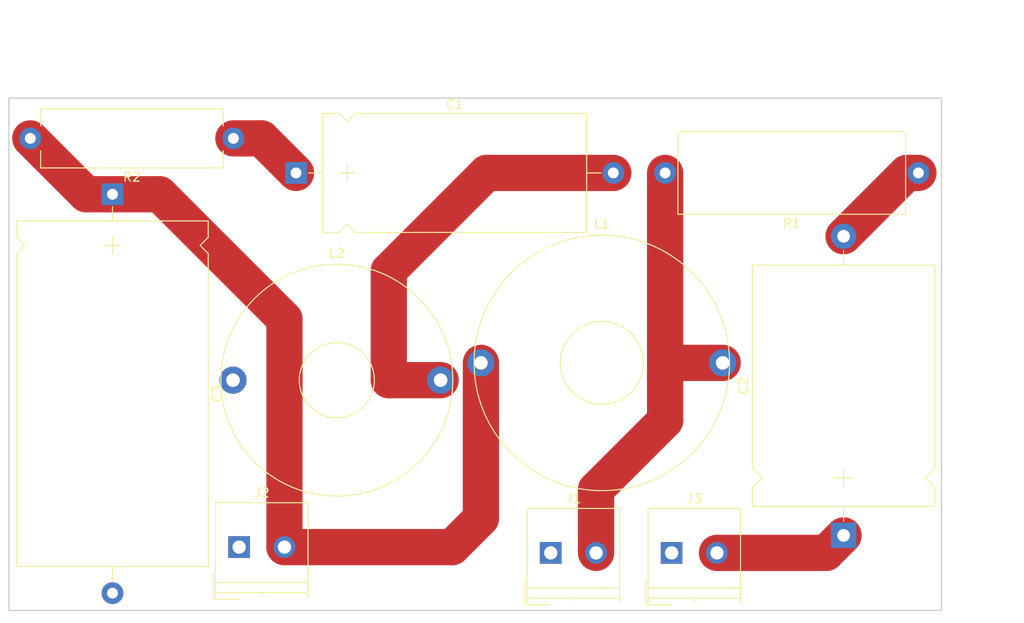
<source format=kicad_pcb>
(kicad_pcb (version 4) (host pcbnew 4.0.7)

  (general
    (links 13)
    (no_connects 8)
    (area 120.574999 51.359999 223.595001 108.025001)
    (thickness 1.6)
    (drawings 6)
    (tracks 23)
    (zones 0)
    (modules 10)
    (nets 8)
  )

  (page A4)
  (layers
    (0 F.Cu signal)
    (31 B.Cu signal)
    (32 B.Adhes user)
    (33 F.Adhes user)
    (34 B.Paste user)
    (35 F.Paste user)
    (36 B.SilkS user)
    (37 F.SilkS user)
    (38 B.Mask user)
    (39 F.Mask user)
    (40 Dwgs.User user)
    (41 Cmts.User user)
    (42 Eco1.User user)
    (43 Eco2.User user)
    (44 Edge.Cuts user)
    (45 Margin user)
    (46 B.CrtYd user)
    (47 F.CrtYd user)
    (48 B.Fab user)
    (49 F.Fab user)
  )

  (setup
    (last_trace_width 4)
    (user_trace_width 1)
    (user_trace_width 2)
    (user_trace_width 3)
    (user_trace_width 4)
    (user_trace_width 5)
    (user_trace_width 6)
    (trace_clearance 0.2)
    (zone_clearance 0.508)
    (zone_45_only no)
    (trace_min 0.2)
    (segment_width 0.2)
    (edge_width 0.15)
    (via_size 0.6)
    (via_drill 0.4)
    (via_min_size 0.4)
    (via_min_drill 0.3)
    (uvia_size 0.3)
    (uvia_drill 0.1)
    (uvias_allowed no)
    (uvia_min_size 0.2)
    (uvia_min_drill 0.1)
    (pcb_text_width 0.3)
    (pcb_text_size 1.5 1.5)
    (mod_edge_width 0.15)
    (mod_text_size 1 1)
    (mod_text_width 0.15)
    (pad_size 3 3)
    (pad_drill 1.5)
    (pad_to_mask_clearance 0.2)
    (aux_axis_origin 0 0)
    (visible_elements FFFFFF7F)
    (pcbplotparams
      (layerselection 0x00030_80000001)
      (usegerberextensions false)
      (excludeedgelayer true)
      (linewidth 0.100000)
      (plotframeref false)
      (viasonmask false)
      (mode 1)
      (useauxorigin false)
      (hpglpennumber 1)
      (hpglpenspeed 20)
      (hpglpendiameter 15)
      (hpglpenoverlay 2)
      (psnegative false)
      (psa4output false)
      (plotreference true)
      (plotvalue true)
      (plotinvisibletext false)
      (padsonsilk false)
      (subtractmaskfromsilk false)
      (outputformat 1)
      (mirror false)
      (drillshape 1)
      (scaleselection 1)
      (outputdirectory ""))
  )

  (net 0 "")
  (net 1 "Net-(C1-Pad1)")
  (net 2 "Net-(C2-Pad1)")
  (net 3 "Net-(C2-Pad2)")
  (net 4 "Net-(C3-Pad1)")
  (net 5 "Net-(C3-Pad2)")
  (net 6 "Net-(J1-Pad2)")
  (net 7 "Net-(C1-Pad2)")

  (net_class Default "This is the default net class."
    (clearance 0.2)
    (trace_width 0.25)
    (via_dia 0.6)
    (via_drill 0.4)
    (uvia_dia 0.3)
    (uvia_drill 0.1)
    (add_net "Net-(C1-Pad1)")
    (add_net "Net-(C1-Pad2)")
    (add_net "Net-(C2-Pad1)")
    (add_net "Net-(C2-Pad2)")
    (add_net "Net-(C3-Pad1)")
    (add_net "Net-(C3-Pad2)")
    (add_net "Net-(J1-Pad2)")
  )

  (module Capacitors_THT:CP_Axial_L29.0mm_D13.0mm_P35.00mm_Horizontal (layer F.Cu) (tedit 597BC7C3) (tstamp 5C5C9BB1)
    (at 152.325 59.69)
    (descr "CP, Axial series, Axial, Horizontal, pin pitch=35mm, , length*diameter=29*13mm^2, Electrolytic Capacitor, , http://www.kemet.com/Lists/ProductCatalog/Attachments/424/KEM_AC102.pdf")
    (tags "CP Axial series Axial Horizontal pin pitch 35mm  length 29mm diameter 13mm Electrolytic Capacitor")
    (path /5C5C9D1E)
    (fp_text reference C1 (at 17.5 -7.56) (layer F.SilkS)
      (effects (font (size 1 1) (thickness 0.15)))
    )
    (fp_text value 33uF (at 17.5 7.56) (layer F.Fab)
      (effects (font (size 1 1) (thickness 0.15)))
    )
    (fp_line (start 3 -6.5) (end 3 6.5) (layer F.Fab) (width 0.1))
    (fp_line (start 32 -6.5) (end 32 6.5) (layer F.Fab) (width 0.1))
    (fp_line (start 3 -6.5) (end 4.74 -6.5) (layer F.Fab) (width 0.1))
    (fp_line (start 4.74 -6.5) (end 5.64 -5.6) (layer F.Fab) (width 0.1))
    (fp_line (start 5.64 -5.6) (end 6.54 -6.5) (layer F.Fab) (width 0.1))
    (fp_line (start 6.54 -6.5) (end 32 -6.5) (layer F.Fab) (width 0.1))
    (fp_line (start 3 6.5) (end 4.74 6.5) (layer F.Fab) (width 0.1))
    (fp_line (start 4.74 6.5) (end 5.64 5.6) (layer F.Fab) (width 0.1))
    (fp_line (start 5.64 5.6) (end 6.54 6.5) (layer F.Fab) (width 0.1))
    (fp_line (start 6.54 6.5) (end 32 6.5) (layer F.Fab) (width 0.1))
    (fp_line (start 0 0) (end 3 0) (layer F.Fab) (width 0.1))
    (fp_line (start 35 0) (end 32 0) (layer F.Fab) (width 0.1))
    (fp_line (start 4.75 0) (end 6.55 0) (layer F.Fab) (width 0.1))
    (fp_line (start 5.65 -0.9) (end 5.65 0.9) (layer F.Fab) (width 0.1))
    (fp_line (start 4.75 0) (end 6.55 0) (layer F.SilkS) (width 0.12))
    (fp_line (start 5.65 -0.9) (end 5.65 0.9) (layer F.SilkS) (width 0.12))
    (fp_line (start 2.94 -6.56) (end 2.94 6.56) (layer F.SilkS) (width 0.12))
    (fp_line (start 32.06 -6.56) (end 32.06 6.56) (layer F.SilkS) (width 0.12))
    (fp_line (start 2.94 -6.56) (end 4.74 -6.56) (layer F.SilkS) (width 0.12))
    (fp_line (start 4.74 -6.56) (end 5.64 -5.66) (layer F.SilkS) (width 0.12))
    (fp_line (start 5.64 -5.66) (end 6.54 -6.56) (layer F.SilkS) (width 0.12))
    (fp_line (start 6.54 -6.56) (end 32.06 -6.56) (layer F.SilkS) (width 0.12))
    (fp_line (start 2.94 6.56) (end 4.74 6.56) (layer F.SilkS) (width 0.12))
    (fp_line (start 4.74 6.56) (end 5.64 5.66) (layer F.SilkS) (width 0.12))
    (fp_line (start 5.64 5.66) (end 6.54 6.56) (layer F.SilkS) (width 0.12))
    (fp_line (start 6.54 6.56) (end 32.06 6.56) (layer F.SilkS) (width 0.12))
    (fp_line (start 1.38 0) (end 2.94 0) (layer F.SilkS) (width 0.12))
    (fp_line (start 33.62 0) (end 32.06 0) (layer F.SilkS) (width 0.12))
    (fp_line (start -1.45 -6.85) (end -1.45 6.85) (layer F.CrtYd) (width 0.05))
    (fp_line (start -1.45 6.85) (end 36.45 6.85) (layer F.CrtYd) (width 0.05))
    (fp_line (start 36.45 6.85) (end 36.45 -6.85) (layer F.CrtYd) (width 0.05))
    (fp_line (start 36.45 -6.85) (end -1.45 -6.85) (layer F.CrtYd) (width 0.05))
    (fp_text user %R (at 17.5 0) (layer F.Fab)
      (effects (font (size 1 1) (thickness 0.15)))
    )
    (pad 1 thru_hole rect (at 0 0) (size 2.4 2.4) (drill 1.2) (layers *.Cu *.Mask)
      (net 1 "Net-(C1-Pad1)"))
    (pad 2 thru_hole oval (at 35 0) (size 2.4 2.4) (drill 1.2) (layers *.Cu *.Mask)
      (net 7 "Net-(C1-Pad2)"))
    (model ${KISYS3DMOD}/Capacitors_THT.3dshapes/CP_Axial_L29.0mm_D13.0mm_P35.00mm_Horizontal.wrl
      (at (xyz 0 0 0))
      (scale (xyz 1 1 1))
      (rotate (xyz 0 0 0))
    )
  )

  (module Capacitors_THT:CP_Axial_L26.5mm_D20.0mm_P33.00mm_Horizontal (layer F.Cu) (tedit 597BC7C3) (tstamp 5C5C9BB7)
    (at 212.725 99.675 90)
    (descr "CP, Axial series, Axial, Horizontal, pin pitch=33mm, , length*diameter=26.5*20mm^2, Electrolytic Capacitor, , http://www.kemet.com/Lists/ProductCatalog/Attachments/424/KEM_AC102.pdf")
    (tags "CP Axial series Axial Horizontal pin pitch 33mm  length 26.5mm diameter 20mm Electrolytic Capacitor")
    (path /5C5CA0B5)
    (fp_text reference C2 (at 16.5 -11.06 90) (layer F.SilkS)
      (effects (font (size 1 1) (thickness 0.15)))
    )
    (fp_text value 6.8uF (at 16.5 11.06 90) (layer F.Fab)
      (effects (font (size 1 1) (thickness 0.15)))
    )
    (fp_line (start 3.25 -10) (end 3.25 10) (layer F.Fab) (width 0.1))
    (fp_line (start 29.75 -10) (end 29.75 10) (layer F.Fab) (width 0.1))
    (fp_line (start 3.25 -10) (end 5.29 -10) (layer F.Fab) (width 0.1))
    (fp_line (start 5.29 -10) (end 6.34 -8.95) (layer F.Fab) (width 0.1))
    (fp_line (start 6.34 -8.95) (end 7.39 -10) (layer F.Fab) (width 0.1))
    (fp_line (start 7.39 -10) (end 29.75 -10) (layer F.Fab) (width 0.1))
    (fp_line (start 3.25 10) (end 5.29 10) (layer F.Fab) (width 0.1))
    (fp_line (start 5.29 10) (end 6.34 8.95) (layer F.Fab) (width 0.1))
    (fp_line (start 6.34 8.95) (end 7.39 10) (layer F.Fab) (width 0.1))
    (fp_line (start 7.39 10) (end 29.75 10) (layer F.Fab) (width 0.1))
    (fp_line (start 0 0) (end 3.25 0) (layer F.Fab) (width 0.1))
    (fp_line (start 33 0) (end 29.75 0) (layer F.Fab) (width 0.1))
    (fp_line (start 5.3 0) (end 7.4 0) (layer F.Fab) (width 0.1))
    (fp_line (start 6.35 -1.05) (end 6.35 1.05) (layer F.Fab) (width 0.1))
    (fp_line (start 5.3 0) (end 7.4 0) (layer F.SilkS) (width 0.12))
    (fp_line (start 6.35 -1.05) (end 6.35 1.05) (layer F.SilkS) (width 0.12))
    (fp_line (start 3.19 -10.06) (end 3.19 10.06) (layer F.SilkS) (width 0.12))
    (fp_line (start 29.81 -10.06) (end 29.81 10.06) (layer F.SilkS) (width 0.12))
    (fp_line (start 3.19 -10.06) (end 5.29 -10.06) (layer F.SilkS) (width 0.12))
    (fp_line (start 5.29 -10.06) (end 6.34 -9.01) (layer F.SilkS) (width 0.12))
    (fp_line (start 6.34 -9.01) (end 7.39 -10.06) (layer F.SilkS) (width 0.12))
    (fp_line (start 7.39 -10.06) (end 29.81 -10.06) (layer F.SilkS) (width 0.12))
    (fp_line (start 3.19 10.06) (end 5.29 10.06) (layer F.SilkS) (width 0.12))
    (fp_line (start 5.29 10.06) (end 6.34 9.01) (layer F.SilkS) (width 0.12))
    (fp_line (start 6.34 9.01) (end 7.39 10.06) (layer F.SilkS) (width 0.12))
    (fp_line (start 7.39 10.06) (end 29.81 10.06) (layer F.SilkS) (width 0.12))
    (fp_line (start 1.58 0) (end 3.19 0) (layer F.SilkS) (width 0.12))
    (fp_line (start 31.42 0) (end 29.81 0) (layer F.SilkS) (width 0.12))
    (fp_line (start -1.65 -10.35) (end -1.65 10.35) (layer F.CrtYd) (width 0.05))
    (fp_line (start -1.65 10.35) (end 34.65 10.35) (layer F.CrtYd) (width 0.05))
    (fp_line (start 34.65 10.35) (end 34.65 -10.35) (layer F.CrtYd) (width 0.05))
    (fp_line (start 34.65 -10.35) (end -1.65 -10.35) (layer F.CrtYd) (width 0.05))
    (fp_text user %R (at 16.5 0 90) (layer F.Fab)
      (effects (font (size 1 1) (thickness 0.15)))
    )
    (pad 1 thru_hole rect (at 0 0 90) (size 2.8 2.8) (drill 1.4) (layers *.Cu *.Mask)
      (net 2 "Net-(C2-Pad1)"))
    (pad 2 thru_hole oval (at 33 0 90) (size 2.8 2.8) (drill 1.4) (layers *.Cu *.Mask)
      (net 3 "Net-(C2-Pad2)"))
    (model ${KISYS3DMOD}/Capacitors_THT.3dshapes/CP_Axial_L26.5mm_D20.0mm_P33.00mm_Horizontal.wrl
      (at (xyz 0 0 0))
      (scale (xyz 1 1 1))
      (rotate (xyz 0 0 0))
    )
  )

  (module Capacitors_THT:CP_Axial_L38.0mm_D21.0mm_P44.00mm_Horizontal (layer F.Cu) (tedit 597BC7C3) (tstamp 5C5C9BBD)
    (at 132.08 62.045 270)
    (descr "CP, Axial series, Axial, Horizontal, pin pitch=44mm, , length*diameter=38*21mm^2, Electrolytic Capacitor, , http://www.vishay.com/docs/28325/021asm.pdf")
    (tags "CP Axial series Axial Horizontal pin pitch 44mm  length 38mm diameter 21mm Electrolytic Capacitor")
    (path /5C5C9EED)
    (fp_text reference C3 (at 22 -11.56 270) (layer F.SilkS)
      (effects (font (size 1 1) (thickness 0.15)))
    )
    (fp_text value 12uF (at 22 11.56 270) (layer F.Fab)
      (effects (font (size 1 1) (thickness 0.15)))
    )
    (fp_line (start 3 -10.5) (end 3 10.5) (layer F.Fab) (width 0.1))
    (fp_line (start 41 -10.5) (end 41 10.5) (layer F.Fab) (width 0.1))
    (fp_line (start 3 -10.5) (end 4.74 -10.5) (layer F.Fab) (width 0.1))
    (fp_line (start 4.74 -10.5) (end 5.64 -9.6) (layer F.Fab) (width 0.1))
    (fp_line (start 5.64 -9.6) (end 6.54 -10.5) (layer F.Fab) (width 0.1))
    (fp_line (start 6.54 -10.5) (end 41 -10.5) (layer F.Fab) (width 0.1))
    (fp_line (start 3 10.5) (end 4.74 10.5) (layer F.Fab) (width 0.1))
    (fp_line (start 4.74 10.5) (end 5.64 9.6) (layer F.Fab) (width 0.1))
    (fp_line (start 5.64 9.6) (end 6.54 10.5) (layer F.Fab) (width 0.1))
    (fp_line (start 6.54 10.5) (end 41 10.5) (layer F.Fab) (width 0.1))
    (fp_line (start 0 0) (end 3 0) (layer F.Fab) (width 0.1))
    (fp_line (start 44 0) (end 41 0) (layer F.Fab) (width 0.1))
    (fp_line (start 4.75 0) (end 6.55 0) (layer F.Fab) (width 0.1))
    (fp_line (start 5.65 -0.9) (end 5.65 0.9) (layer F.Fab) (width 0.1))
    (fp_line (start 4.75 0) (end 6.55 0) (layer F.SilkS) (width 0.12))
    (fp_line (start 5.65 -0.9) (end 5.65 0.9) (layer F.SilkS) (width 0.12))
    (fp_line (start 2.94 -10.56) (end 2.94 10.56) (layer F.SilkS) (width 0.12))
    (fp_line (start 41.06 -10.56) (end 41.06 10.56) (layer F.SilkS) (width 0.12))
    (fp_line (start 2.94 -10.56) (end 4.74 -10.56) (layer F.SilkS) (width 0.12))
    (fp_line (start 4.74 -10.56) (end 5.64 -9.66) (layer F.SilkS) (width 0.12))
    (fp_line (start 5.64 -9.66) (end 6.54 -10.56) (layer F.SilkS) (width 0.12))
    (fp_line (start 6.54 -10.56) (end 41.06 -10.56) (layer F.SilkS) (width 0.12))
    (fp_line (start 2.94 10.56) (end 4.74 10.56) (layer F.SilkS) (width 0.12))
    (fp_line (start 4.74 10.56) (end 5.64 9.66) (layer F.SilkS) (width 0.12))
    (fp_line (start 5.64 9.66) (end 6.54 10.56) (layer F.SilkS) (width 0.12))
    (fp_line (start 6.54 10.56) (end 41.06 10.56) (layer F.SilkS) (width 0.12))
    (fp_line (start 1.38 0) (end 2.94 0) (layer F.SilkS) (width 0.12))
    (fp_line (start 42.62 0) (end 41.06 0) (layer F.SilkS) (width 0.12))
    (fp_line (start -1.45 -10.85) (end -1.45 10.85) (layer F.CrtYd) (width 0.05))
    (fp_line (start -1.45 10.85) (end 45.45 10.85) (layer F.CrtYd) (width 0.05))
    (fp_line (start 45.45 10.85) (end 45.45 -10.85) (layer F.CrtYd) (width 0.05))
    (fp_line (start 45.45 -10.85) (end -1.45 -10.85) (layer F.CrtYd) (width 0.05))
    (fp_text user %R (at 22 0 270) (layer F.Fab)
      (effects (font (size 1 1) (thickness 0.15)))
    )
    (pad 1 thru_hole rect (at 0 0 270) (size 2.4 2.4) (drill 1.2) (layers *.Cu *.Mask)
      (net 4 "Net-(C3-Pad1)"))
    (pad 2 thru_hole oval (at 44 0 270) (size 2.4 2.4) (drill 1.2) (layers *.Cu *.Mask)
      (net 5 "Net-(C3-Pad2)"))
    (model ${KISYS3DMOD}/Capacitors_THT.3dshapes/CP_Axial_L38.0mm_D21.0mm_P44.00mm_Horizontal.wrl
      (at (xyz 0 0 0))
      (scale (xyz 1 1 1))
      (rotate (xyz 0 0 0))
    )
  )

  (module Inductors_THT:L_Toroid_Horizontal_D28.0mm_P26.67mm_Bourns_2200 (layer F.Cu) (tedit 5880B84D) (tstamp 5C5C9BDB)
    (at 172.72 80.645)
    (descr "L_Toroid, Horizontal series, Radial, pin pitch=26.67mm, , diameter=28mm, Bourns, 2200, http://www.bourns.com/docs/Product-Datasheets/2100_series.pdf?sfvrsn=3")
    (tags "L_Toroid Horizontal series Radial pin pitch 26.67mm  diameter 28mm Bourns 2200")
    (path /5C5C9B3A)
    (fp_text reference L1 (at 13.335 -15.31) (layer F.SilkS)
      (effects (font (size 1 1) (thickness 0.15)))
    )
    (fp_text value 0.68mH (at 13.335 15.31) (layer F.Fab)
      (effects (font (size 1 1) (thickness 0.15)))
    )
    (fp_circle (center 13.335 0) (end 27.335 0) (layer F.Fab) (width 0.1))
    (fp_circle (center 13.335 0) (end 18.001667 0) (layer F.Fab) (width 0.1))
    (fp_circle (center 13.335 0) (end 27.425 0) (layer F.SilkS) (width 0.12))
    (fp_circle (center 13.335 0) (end 17.911667 0) (layer F.SilkS) (width 0.12))
    (fp_line (start 27.1432 0) (end 17.844144 1.208184) (layer F.Fab) (width 0.1))
    (fp_line (start 25.293359 6.903915) (end 16.635992 3.300839) (layer F.Fab) (width 0.1))
    (fp_line (start 20.239469 11.958039) (end 14.543393 4.509088) (layer F.Fab) (width 0.1))
    (fp_line (start 13.33564 13.8082) (end 12.127025 4.5092) (layer F.Fab) (width 0.1))
    (fp_line (start 6.431639 11.958678) (end 10.034314 3.301145) (layer F.Fab) (width 0.1))
    (fp_line (start 1.377281 6.905023) (end 8.825968 1.208602) (layer F.Fab) (width 0.1))
    (fp_line (start -0.4732 0.001279) (end 8.825744 -1.207766) (layer F.Fab) (width 0.1))
    (fp_line (start 1.376002 -6.902807) (end 10.033702 -3.300534) (layer F.Fab) (width 0.1))
    (fp_line (start 6.429423 -11.957399) (end 12.126189 -4.508976) (layer F.Fab) (width 0.1))
    (fp_line (start 13.333081 -13.8082) (end 14.542558 -4.509312) (layer F.Fab) (width 0.1))
    (fp_line (start 20.237253 -11.959318) (end 16.635381 -3.301451) (layer F.Fab) (width 0.1))
    (fp_line (start 25.292079 -6.906131) (end 17.84392 -1.20902) (layer F.Fab) (width 0.1))
    (fp_line (start 27.1432 -0.002559) (end 17.844368 1.207349) (layer F.Fab) (width 0.1))
    (fp_line (start -1.75 -14.35) (end -1.75 14.35) (layer F.CrtYd) (width 0.05))
    (fp_line (start -1.75 14.35) (end 28.45 14.35) (layer F.CrtYd) (width 0.05))
    (fp_line (start 28.45 14.35) (end 28.45 -14.35) (layer F.CrtYd) (width 0.05))
    (fp_line (start 28.45 -14.35) (end -1.75 -14.35) (layer F.CrtYd) (width 0.05))
    (pad 1 thru_hole circle (at 0 0) (size 3 3) (drill 1.5) (layers *.Cu *.Mask)
      (net 4 "Net-(C3-Pad1)"))
    (pad 2 thru_hole circle (at 26.67 0) (size 3 3) (drill 1.5) (layers *.Cu *.Mask)
      (net 6 "Net-(J1-Pad2)"))
    (model Inductors_THT.3dshapes/L_Toroid_Horizontal_D28.0mm_P26.67mm_Bourns_2200.wrl
      (at (xyz 0 0 0))
      (scale (xyz 0.393701 0.393701 0.393701))
      (rotate (xyz 0 0 0))
    )
  )

  (module Inductors_THT:L_Toroid_Horizontal_D25.4mm_P22.90mm_Vishay_TJ5_BigPads (layer F.Cu) (tedit 5880B84D) (tstamp 5C5C9BE1)
    (at 145.375 82.55)
    (descr "L_Toroid, Horizontal series, Radial, pin pitch=22.90mm, , diameter=25.4mm, Vishay, TJ5, BigPads, http://www.vishay.com/docs/34079/tj.pdf")
    (tags "L_Toroid Horizontal series Radial pin pitch 22.90mm  diameter 25.4mm Vishay TJ5 BigPads")
    (path /5C5C9C40)
    (fp_text reference L2 (at 11.45 -14.01) (layer F.SilkS)
      (effects (font (size 1 1) (thickness 0.15)))
    )
    (fp_text value 1mH (at 11.45 14.01) (layer F.Fab)
      (effects (font (size 1 1) (thickness 0.15)))
    )
    (fp_circle (center 11.45 0) (end 24.15 0) (layer F.Fab) (width 0.1))
    (fp_circle (center 11.45 0) (end 15.683333 0) (layer F.Fab) (width 0.1))
    (fp_circle (center 11.45 0) (end 24.24 0) (layer F.SilkS) (width 0.12))
    (fp_circle (center 11.45 0) (end 15.593333 0) (layer F.SilkS) (width 0.12))
    (fp_line (start 23.9842 0) (end 15.532204 1.09379) (layer F.Fab) (width 0.1))
    (fp_line (start 22.305032 6.266932) (end 14.438444 2.988305) (layer F.Fab) (width 0.1))
    (fp_line (start 17.717435 10.854742) (end 12.543979 4.082153) (layer F.Fab) (width 0.1))
    (fp_line (start 11.450581 12.5342) (end 10.3564 4.082255) (layer F.Fab) (width 0.1))
    (fp_line (start 5.183571 10.855323) (end 8.461833 2.988582) (layer F.Fab) (width 0.1))
    (fp_line (start 0.595548 6.267938) (end 7.367897 1.094168) (layer F.Fab) (width 0.1))
    (fp_line (start -1.0842 0.001161) (end 7.367695 -1.093411) (layer F.Fab) (width 0.1))
    (fp_line (start 0.594387 -6.265927) (end 8.461279 -2.988029) (layer F.Fab) (width 0.1))
    (fp_line (start 5.181559 -10.854161) (end 10.355643 -4.082052) (layer F.Fab) (width 0.1))
    (fp_line (start 11.448258 -12.5342) (end 12.543222 -4.082356) (layer F.Fab) (width 0.1))
    (fp_line (start 17.715424 -10.855903) (end 14.43789 -2.988859) (layer F.Fab) (width 0.1))
    (fp_line (start 22.303871 -6.268944) (end 15.532001 -1.094546) (layer F.Fab) (width 0.1))
    (fp_line (start 23.9842 -0.002323) (end 15.532407 1.093033) (layer F.Fab) (width 0.1))
    (fp_line (start -1.75 -13.05) (end -1.75 13.05) (layer F.CrtYd) (width 0.05))
    (fp_line (start -1.75 13.05) (end 24.65 13.05) (layer F.CrtYd) (width 0.05))
    (fp_line (start 24.65 13.05) (end 24.65 -13.05) (layer F.CrtYd) (width 0.05))
    (fp_line (start 24.65 -13.05) (end -1.75 -13.05) (layer F.CrtYd) (width 0.05))
    (pad 1 thru_hole circle (at 0 0) (size 3 3) (drill 1.5) (layers *.Cu *.Mask)
      (net 5 "Net-(C3-Pad2)"))
    (pad 2 thru_hole circle (at 22.9 0) (size 3 3) (drill 1.5) (layers *.Cu *.Mask)
      (net 7 "Net-(C1-Pad2)"))
    (model Inductors_THT.3dshapes/L_Toroid_Horizontal_D25.4mm_P22.90mm_Vishay_TJ5_BigPads.wrl
      (at (xyz 0 0 0))
      (scale (xyz 0.393701 0.393701 0.393701))
      (rotate (xyz 0 0 0))
    )
  )

  (module Resistors_THT:R_Axial_Power_L25.0mm_W9.0mm_P27.94mm (layer F.Cu) (tedit 5874F706) (tstamp 5C5C9BE7)
    (at 220.98 59.69 180)
    (descr "Resistor, Axial_Power series, Axial, Horizontal, pin pitch=27.94mm, 7W, length*diameter=25*9mm^2, http://cdn-reichelt.de/documents/datenblatt/B400/5WAXIAL_9WAXIAL_11WAXIAL_17WAXIAL%23YAG.pdf")
    (tags "Resistor Axial_Power series Axial Horizontal pin pitch 27.94mm 7W length 25mm diameter 9mm")
    (path /5C5CA03C)
    (fp_text reference R1 (at 13.97 -5.56 180) (layer F.SilkS)
      (effects (font (size 1 1) (thickness 0.15)))
    )
    (fp_text value 10R (at 13.97 5.56 180) (layer F.Fab)
      (effects (font (size 1 1) (thickness 0.15)))
    )
    (fp_line (start 1.47 -4.5) (end 1.47 4.5) (layer F.Fab) (width 0.1))
    (fp_line (start 1.47 4.5) (end 26.47 4.5) (layer F.Fab) (width 0.1))
    (fp_line (start 26.47 4.5) (end 26.47 -4.5) (layer F.Fab) (width 0.1))
    (fp_line (start 26.47 -4.5) (end 1.47 -4.5) (layer F.Fab) (width 0.1))
    (fp_line (start 0 0) (end 1.47 0) (layer F.Fab) (width 0.1))
    (fp_line (start 27.94 0) (end 26.47 0) (layer F.Fab) (width 0.1))
    (fp_line (start 1.41 -4.56) (end 1.41 4.56) (layer F.SilkS) (width 0.12))
    (fp_line (start 1.41 4.56) (end 26.53 4.56) (layer F.SilkS) (width 0.12))
    (fp_line (start 26.53 4.56) (end 26.53 -4.56) (layer F.SilkS) (width 0.12))
    (fp_line (start 26.53 -4.56) (end 1.41 -4.56) (layer F.SilkS) (width 0.12))
    (fp_line (start 1.38 0) (end 1.41 0) (layer F.SilkS) (width 0.12))
    (fp_line (start 26.56 0) (end 26.53 0) (layer F.SilkS) (width 0.12))
    (fp_line (start -1.45 -4.85) (end -1.45 4.85) (layer F.CrtYd) (width 0.05))
    (fp_line (start -1.45 4.85) (end 29.4 4.85) (layer F.CrtYd) (width 0.05))
    (fp_line (start 29.4 4.85) (end 29.4 -4.85) (layer F.CrtYd) (width 0.05))
    (fp_line (start 29.4 -4.85) (end -1.45 -4.85) (layer F.CrtYd) (width 0.05))
    (pad 1 thru_hole circle (at 0 0 180) (size 2.4 2.4) (drill 1.2) (layers *.Cu *.Mask)
      (net 3 "Net-(C2-Pad2)"))
    (pad 2 thru_hole oval (at 27.94 0 180) (size 2.4 2.4) (drill 1.2) (layers *.Cu *.Mask)
      (net 6 "Net-(J1-Pad2)"))
    (model ${KISYS3DMOD}/Resistors_THT.3dshapes/R_Axial_Power_L25.0mm_W9.0mm_P27.94mm.wrl
      (at (xyz 0 0 0))
      (scale (xyz 0.393701 0.393701 0.393701))
      (rotate (xyz 0 0 0))
    )
  )

  (module Resistors_THT:R_Axial_Power_L20.0mm_W6.4mm_P22.40mm (layer F.Cu) (tedit 5874F706) (tstamp 5C5C9BED)
    (at 145.415 55.88 180)
    (descr "Resistor, Axial_Power series, Axial, Horizontal, pin pitch=22.4mm, 4W, length*diameter=20*6.4mm^2, http://cdn-reichelt.de/documents/datenblatt/B400/5WAXIAL_9WAXIAL_11WAXIAL_17WAXIAL%23YAG.pdf")
    (tags "Resistor Axial_Power series Axial Horizontal pin pitch 22.4mm 4W length 20mm diameter 6.4mm")
    (path /5C5C9DD1)
    (fp_text reference R2 (at 11.2 -4.26 180) (layer F.SilkS)
      (effects (font (size 1 1) (thickness 0.15)))
    )
    (fp_text value 8.2 (at 11.2 4.26 180) (layer F.Fab)
      (effects (font (size 1 1) (thickness 0.15)))
    )
    (fp_line (start 1.2 -3.2) (end 1.2 3.2) (layer F.Fab) (width 0.1))
    (fp_line (start 1.2 3.2) (end 21.2 3.2) (layer F.Fab) (width 0.1))
    (fp_line (start 21.2 3.2) (end 21.2 -3.2) (layer F.Fab) (width 0.1))
    (fp_line (start 21.2 -3.2) (end 1.2 -3.2) (layer F.Fab) (width 0.1))
    (fp_line (start 0 0) (end 1.2 0) (layer F.Fab) (width 0.1))
    (fp_line (start 22.4 0) (end 21.2 0) (layer F.Fab) (width 0.1))
    (fp_line (start 1.14 -1.38) (end 1.14 -3.26) (layer F.SilkS) (width 0.12))
    (fp_line (start 1.14 -3.26) (end 21.26 -3.26) (layer F.SilkS) (width 0.12))
    (fp_line (start 21.26 -3.26) (end 21.26 -1.38) (layer F.SilkS) (width 0.12))
    (fp_line (start 1.14 1.38) (end 1.14 3.26) (layer F.SilkS) (width 0.12))
    (fp_line (start 1.14 3.26) (end 21.26 3.26) (layer F.SilkS) (width 0.12))
    (fp_line (start 21.26 3.26) (end 21.26 1.38) (layer F.SilkS) (width 0.12))
    (fp_line (start -1.45 -3.55) (end -1.45 3.55) (layer F.CrtYd) (width 0.05))
    (fp_line (start -1.45 3.55) (end 23.85 3.55) (layer F.CrtYd) (width 0.05))
    (fp_line (start 23.85 3.55) (end 23.85 -3.55) (layer F.CrtYd) (width 0.05))
    (fp_line (start 23.85 -3.55) (end -1.45 -3.55) (layer F.CrtYd) (width 0.05))
    (pad 1 thru_hole circle (at 0 0 180) (size 2.4 2.4) (drill 1.2) (layers *.Cu *.Mask)
      (net 1 "Net-(C1-Pad1)"))
    (pad 2 thru_hole oval (at 22.4 0 180) (size 2.4 2.4) (drill 1.2) (layers *.Cu *.Mask)
      (net 4 "Net-(C3-Pad1)"))
    (model ${KISYS3DMOD}/Resistors_THT.3dshapes/R_Axial_Power_L20.0mm_W6.4mm_P22.40mm.wrl
      (at (xyz 0 0 0))
      (scale (xyz 0.393701 0.393701 0.393701))
      (rotate (xyz 0 0 0))
    )
  )

  (module Connectors_Terminal_Blocks:TerminalBlock_Philmore_TB132_02x5mm_Straight (layer F.Cu) (tedit 59661312) (tstamp 5C5CAC1D)
    (at 180.42 101.6)
    (descr "2-way 5.0mm pitch terminal block, http://www.philmore-datak.com/mc/Page%20197.pdf")
    (tags "screw terminal block")
    (path /5C5C9854)
    (fp_text reference J1 (at 2.5 -6) (layer F.SilkS)
      (effects (font (size 1 1) (thickness 0.15)))
    )
    (fp_text value Terminal (at 2.5 6.9) (layer F.Fab)
      (effects (font (size 1 1) (thickness 0.15)))
    )
    (fp_line (start -3 -5.3) (end -3 5.9) (layer F.CrtYd) (width 0.05))
    (fp_line (start -3 5.9) (end 8 5.9) (layer F.CrtYd) (width 0.05))
    (fp_line (start 8 5.9) (end 8 -5.3) (layer F.CrtYd) (width 0.05))
    (fp_line (start 8 -5.3) (end -3 -5.3) (layer F.CrtYd) (width 0.05))
    (fp_line (start -2.5 3.9) (end 7.5 3.9) (layer F.Fab) (width 0.1))
    (fp_line (start -2.5 5) (end 7.5 5) (layer F.Fab) (width 0.1))
    (fp_line (start -2.5 5.4) (end -2.5 -4.8) (layer F.Fab) (width 0.1))
    (fp_line (start -2.5 -4.8) (end 7.5 -4.8) (layer F.Fab) (width 0.1))
    (fp_line (start 7.5 -4.8) (end 7.5 5.4) (layer F.Fab) (width 0.1))
    (fp_line (start 2.5 5) (end 2.5 5.4) (layer F.Fab) (width 0.1))
    (fp_line (start -2.84 2.9) (end -2.84 5.74) (layer F.Fab) (width 0.1))
    (fp_line (start -2.84 5.74) (end 0 5.74) (layer F.Fab) (width 0.1))
    (fp_line (start -2.6 3.9) (end 7.6 3.9) (layer F.SilkS) (width 0.12))
    (fp_line (start -2.6 5) (end 7.6 5) (layer F.SilkS) (width 0.12))
    (fp_line (start -2.6 5.5) (end -2.6 -4.9) (layer F.SilkS) (width 0.12))
    (fp_line (start -2.6 -4.9) (end 7.6 -4.9) (layer F.SilkS) (width 0.12))
    (fp_line (start 7.6 -4.9) (end 7.6 5.5) (layer F.SilkS) (width 0.12))
    (fp_line (start 2.5 5) (end 2.5 5.4) (layer F.SilkS) (width 0.12))
    (fp_line (start -2.84 2.9) (end -2.84 5.74) (layer F.SilkS) (width 0.12))
    (fp_line (start -2.84 5.74) (end 0 5.74) (layer F.SilkS) (width 0.12))
    (fp_text user %R (at 2.5 0.3) (layer F.Fab)
      (effects (font (size 1 1) (thickness 0.15)))
    )
    (pad 1 thru_hole rect (at 0 0) (size 2.4 2.4) (drill 1.47) (layers *.Cu *.Mask)
      (net 5 "Net-(C3-Pad2)"))
    (pad 2 thru_hole circle (at 5 0) (size 2.4 2.4) (drill 1.47) (layers *.Cu *.Mask)
      (net 6 "Net-(J1-Pad2)"))
    (model ${KISYS3DMOD}/Connectors_Terminal_Blocks.3dshapes/TerminalBlock_Philmore_TB132_02x5mm_Straight.wrl
      (at (xyz 0 0 0))
      (scale (xyz 1 1 1))
      (rotate (xyz 0 0 0))
    )
  )

  (module Connectors_Terminal_Blocks:TerminalBlock_Philmore_TB132_02x5mm_Straight (layer F.Cu) (tedit 59661312) (tstamp 5C5CAC22)
    (at 146.05 100.965)
    (descr "2-way 5.0mm pitch terminal block, http://www.philmore-datak.com/mc/Page%20197.pdf")
    (tags "screw terminal block")
    (path /5C5C98D7)
    (fp_text reference J2 (at 2.5 -6) (layer F.SilkS)
      (effects (font (size 1 1) (thickness 0.15)))
    )
    (fp_text value Woofer (at 2.5 6.9) (layer F.Fab)
      (effects (font (size 1 1) (thickness 0.15)))
    )
    (fp_line (start -3 -5.3) (end -3 5.9) (layer F.CrtYd) (width 0.05))
    (fp_line (start -3 5.9) (end 8 5.9) (layer F.CrtYd) (width 0.05))
    (fp_line (start 8 5.9) (end 8 -5.3) (layer F.CrtYd) (width 0.05))
    (fp_line (start 8 -5.3) (end -3 -5.3) (layer F.CrtYd) (width 0.05))
    (fp_line (start -2.5 3.9) (end 7.5 3.9) (layer F.Fab) (width 0.1))
    (fp_line (start -2.5 5) (end 7.5 5) (layer F.Fab) (width 0.1))
    (fp_line (start -2.5 5.4) (end -2.5 -4.8) (layer F.Fab) (width 0.1))
    (fp_line (start -2.5 -4.8) (end 7.5 -4.8) (layer F.Fab) (width 0.1))
    (fp_line (start 7.5 -4.8) (end 7.5 5.4) (layer F.Fab) (width 0.1))
    (fp_line (start 2.5 5) (end 2.5 5.4) (layer F.Fab) (width 0.1))
    (fp_line (start -2.84 2.9) (end -2.84 5.74) (layer F.Fab) (width 0.1))
    (fp_line (start -2.84 5.74) (end 0 5.74) (layer F.Fab) (width 0.1))
    (fp_line (start -2.6 3.9) (end 7.6 3.9) (layer F.SilkS) (width 0.12))
    (fp_line (start -2.6 5) (end 7.6 5) (layer F.SilkS) (width 0.12))
    (fp_line (start -2.6 5.5) (end -2.6 -4.9) (layer F.SilkS) (width 0.12))
    (fp_line (start -2.6 -4.9) (end 7.6 -4.9) (layer F.SilkS) (width 0.12))
    (fp_line (start 7.6 -4.9) (end 7.6 5.5) (layer F.SilkS) (width 0.12))
    (fp_line (start 2.5 5) (end 2.5 5.4) (layer F.SilkS) (width 0.12))
    (fp_line (start -2.84 2.9) (end -2.84 5.74) (layer F.SilkS) (width 0.12))
    (fp_line (start -2.84 5.74) (end 0 5.74) (layer F.SilkS) (width 0.12))
    (fp_text user %R (at 2.5 0.3) (layer F.Fab)
      (effects (font (size 1 1) (thickness 0.15)))
    )
    (pad 1 thru_hole rect (at 0 0) (size 2.4 2.4) (drill 1.47) (layers *.Cu *.Mask)
      (net 5 "Net-(C3-Pad2)"))
    (pad 2 thru_hole circle (at 5 0) (size 2.4 2.4) (drill 1.47) (layers *.Cu *.Mask)
      (net 4 "Net-(C3-Pad1)"))
    (model ${KISYS3DMOD}/Connectors_Terminal_Blocks.3dshapes/TerminalBlock_Philmore_TB132_02x5mm_Straight.wrl
      (at (xyz 0 0 0))
      (scale (xyz 1 1 1))
      (rotate (xyz 0 0 0))
    )
  )

  (module Connectors_Terminal_Blocks:TerminalBlock_Philmore_TB132_02x5mm_Straight (layer F.Cu) (tedit 59661312) (tstamp 5C5CAC27)
    (at 193.755 101.6)
    (descr "2-way 5.0mm pitch terminal block, http://www.philmore-datak.com/mc/Page%20197.pdf")
    (tags "screw terminal block")
    (path /5C5C99CE)
    (fp_text reference J3 (at 2.5 -6) (layer F.SilkS)
      (effects (font (size 1 1) (thickness 0.15)))
    )
    (fp_text value Tweeter (at 2.5 6.9) (layer F.Fab)
      (effects (font (size 1 1) (thickness 0.15)))
    )
    (fp_line (start -3 -5.3) (end -3 5.9) (layer F.CrtYd) (width 0.05))
    (fp_line (start -3 5.9) (end 8 5.9) (layer F.CrtYd) (width 0.05))
    (fp_line (start 8 5.9) (end 8 -5.3) (layer F.CrtYd) (width 0.05))
    (fp_line (start 8 -5.3) (end -3 -5.3) (layer F.CrtYd) (width 0.05))
    (fp_line (start -2.5 3.9) (end 7.5 3.9) (layer F.Fab) (width 0.1))
    (fp_line (start -2.5 5) (end 7.5 5) (layer F.Fab) (width 0.1))
    (fp_line (start -2.5 5.4) (end -2.5 -4.8) (layer F.Fab) (width 0.1))
    (fp_line (start -2.5 -4.8) (end 7.5 -4.8) (layer F.Fab) (width 0.1))
    (fp_line (start 7.5 -4.8) (end 7.5 5.4) (layer F.Fab) (width 0.1))
    (fp_line (start 2.5 5) (end 2.5 5.4) (layer F.Fab) (width 0.1))
    (fp_line (start -2.84 2.9) (end -2.84 5.74) (layer F.Fab) (width 0.1))
    (fp_line (start -2.84 5.74) (end 0 5.74) (layer F.Fab) (width 0.1))
    (fp_line (start -2.6 3.9) (end 7.6 3.9) (layer F.SilkS) (width 0.12))
    (fp_line (start -2.6 5) (end 7.6 5) (layer F.SilkS) (width 0.12))
    (fp_line (start -2.6 5.5) (end -2.6 -4.9) (layer F.SilkS) (width 0.12))
    (fp_line (start -2.6 -4.9) (end 7.6 -4.9) (layer F.SilkS) (width 0.12))
    (fp_line (start 7.6 -4.9) (end 7.6 5.5) (layer F.SilkS) (width 0.12))
    (fp_line (start 2.5 5) (end 2.5 5.4) (layer F.SilkS) (width 0.12))
    (fp_line (start -2.84 2.9) (end -2.84 5.74) (layer F.SilkS) (width 0.12))
    (fp_line (start -2.84 5.74) (end 0 5.74) (layer F.SilkS) (width 0.12))
    (fp_text user %R (at 2.5 0.3) (layer F.Fab)
      (effects (font (size 1 1) (thickness 0.15)))
    )
    (pad 1 thru_hole rect (at 0 0) (size 2.4 2.4) (drill 1.47) (layers *.Cu *.Mask)
      (net 5 "Net-(C3-Pad2)"))
    (pad 2 thru_hole circle (at 5 0) (size 2.4 2.4) (drill 1.47) (layers *.Cu *.Mask)
      (net 2 "Net-(C2-Pad1)"))
    (model ${KISYS3DMOD}/Connectors_Terminal_Blocks.3dshapes/TerminalBlock_Philmore_TB132_02x5mm_Straight.wrl
      (at (xyz 0 0 0))
      (scale (xyz 1 1 1))
      (rotate (xyz 0 0 0))
    )
  )

  (dimension 102.87 (width 0.3) (layer Dwgs.User)
    (gr_text "102,870 mm" (at 172.085 42.469005) (layer Dwgs.User)
      (effects (font (size 1.5 1.5) (thickness 0.3)))
    )
    (feature1 (pts (xy 223.52 48.26) (xy 223.52 41.119005)))
    (feature2 (pts (xy 120.65 48.26) (xy 120.65 41.119005)))
    (crossbar (pts (xy 120.65 43.819005) (xy 223.52 43.819005)))
    (arrow1a (pts (xy 223.52 43.819005) (xy 222.393496 44.405426)))
    (arrow1b (pts (xy 223.52 43.819005) (xy 222.393496 43.232584)))
    (arrow2a (pts (xy 120.65 43.819005) (xy 121.776504 44.405426)))
    (arrow2b (pts (xy 120.65 43.819005) (xy 121.776504 43.232584)))
  )
  (dimension 56.515 (width 0.3) (layer Dwgs.User)
    (gr_text "56,515 mm" (at 229.95 79.6925 90) (layer Dwgs.User)
      (effects (font (size 1.5 1.5) (thickness 0.3)))
    )
    (feature1 (pts (xy 224.79 51.435) (xy 231.3 51.435)))
    (feature2 (pts (xy 224.79 107.95) (xy 231.3 107.95)))
    (crossbar (pts (xy 228.6 107.95) (xy 228.6 51.435)))
    (arrow1a (pts (xy 228.6 51.435) (xy 229.186421 52.561504)))
    (arrow1b (pts (xy 228.6 51.435) (xy 228.013579 52.561504)))
    (arrow2a (pts (xy 228.6 107.95) (xy 229.186421 106.823496)))
    (arrow2b (pts (xy 228.6 107.95) (xy 228.013579 106.823496)))
  )
  (gr_line (start 120.65 107.95) (end 120.65 51.435) (layer Edge.Cuts) (width 0.15))
  (gr_line (start 223.52 107.95) (end 120.65 107.95) (layer Edge.Cuts) (width 0.15))
  (gr_line (start 223.52 51.435) (end 223.52 107.95) (layer Edge.Cuts) (width 0.15))
  (gr_line (start 120.65 51.435) (end 223.52 51.435) (layer Edge.Cuts) (width 0.15))

  (segment (start 145.415 55.88) (end 148.515 55.88) (width 4) (layer F.Cu) (net 1))
  (segment (start 148.515 55.88) (end 152.325 59.69) (width 4) (layer F.Cu) (net 1))
  (segment (start 198.755 101.6) (end 210.8 101.6) (width 4) (layer F.Cu) (net 2))
  (segment (start 210.8 101.6) (end 212.725 99.675) (width 4) (layer F.Cu) (net 2))
  (segment (start 220.98 59.69) (end 219.71 59.69) (width 4) (layer F.Cu) (net 3))
  (segment (start 219.71 59.69) (end 212.725 66.675) (width 4) (layer F.Cu) (net 3))
  (segment (start 151.05 100.965) (end 151.05 75.815) (width 4) (layer F.Cu) (net 4))
  (segment (start 151.05 75.815) (end 137.28 62.045) (width 4) (layer F.Cu) (net 4))
  (segment (start 137.28 62.045) (end 132.08 62.045) (width 4) (layer F.Cu) (net 4))
  (segment (start 151.05 100.965) (end 169.545 100.965) (width 4) (layer F.Cu) (net 4))
  (segment (start 169.545 100.965) (end 172.72 97.79) (width 4) (layer F.Cu) (net 4))
  (segment (start 172.72 80.645) (end 172.72 97.79) (width 4) (layer F.Cu) (net 4))
  (segment (start 132.08 62.045) (end 129.18 62.045) (width 4) (layer F.Cu) (net 4))
  (segment (start 129.18 62.045) (end 123.015 55.88) (width 4) (layer F.Cu) (net 4))
  (segment (start 193.04 80.645) (end 193.04 86.995) (width 4) (layer F.Cu) (net 6))
  (segment (start 193.04 86.995) (end 185.42 94.615) (width 4) (layer F.Cu) (net 6))
  (segment (start 193.04 59.69) (end 193.04 80.645) (width 4) (layer F.Cu) (net 6))
  (segment (start 193.04 80.645) (end 199.39 80.645) (width 4) (layer F.Cu) (net 6))
  (segment (start 185.42 101.6) (end 185.42 94.615) (width 4) (layer F.Cu) (net 6))
  (segment (start 168.275 82.55) (end 162.56 82.55) (width 4) (layer F.Cu) (net 7))
  (segment (start 162.56 82.55) (end 162.56 70.485) (width 4) (layer F.Cu) (net 7))
  (segment (start 162.56 70.485) (end 173.355 59.69) (width 4) (layer F.Cu) (net 7))
  (segment (start 173.355 59.69) (end 187.325 59.69) (width 4) (layer F.Cu) (net 7))

  (zone (net 5) (net_name "Net-(C3-Pad2)") (layer F.Cu) (tstamp 0) (hatch edge 0.508)
    (connect_pads yes (clearance 0.508))
    (min_thickness 0.254)
    (fill (arc_segments 16) (thermal_gap 0.508) (thermal_bridge_width 0.508))
    (polygon
      (pts
        (xy 223.52 51.435) (xy 223.52 107.95) (xy 120.65 107.95) (xy 120.65 51.435)
      )
    )
  )
)

</source>
